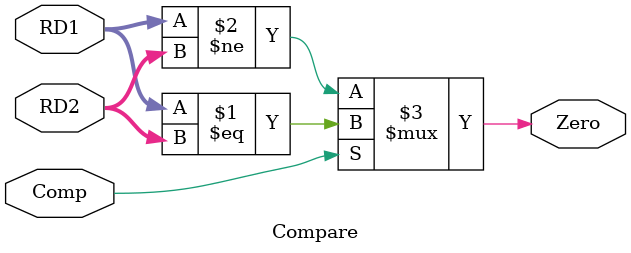
<source format=v>
`timescale 1ns / 1ps

module Compare(RD1, RD2, Comp, Zero);
	
	input signed [31:0] RD1, RD2;
	input Comp;
	output Zero;
	
	assign Zero = Comp ? (RD1 == RD2) : (RD1 != RD2);


endmodule

</source>
